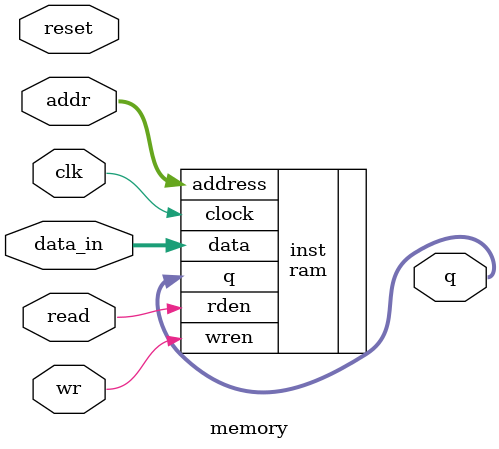
<source format=v>
module memory( input clk,reset,wr,read,
               input [7:0]data_in,
					input [3:0]addr,
					output [7:0]q);
				
			
 ram inst(  .clock(clk),
            .wren(wr) , 
				.rden(read) ,
            .address(addr) , 
				.data(data_in) , 
				.q(q) );
			
endmodule
			  
</source>
